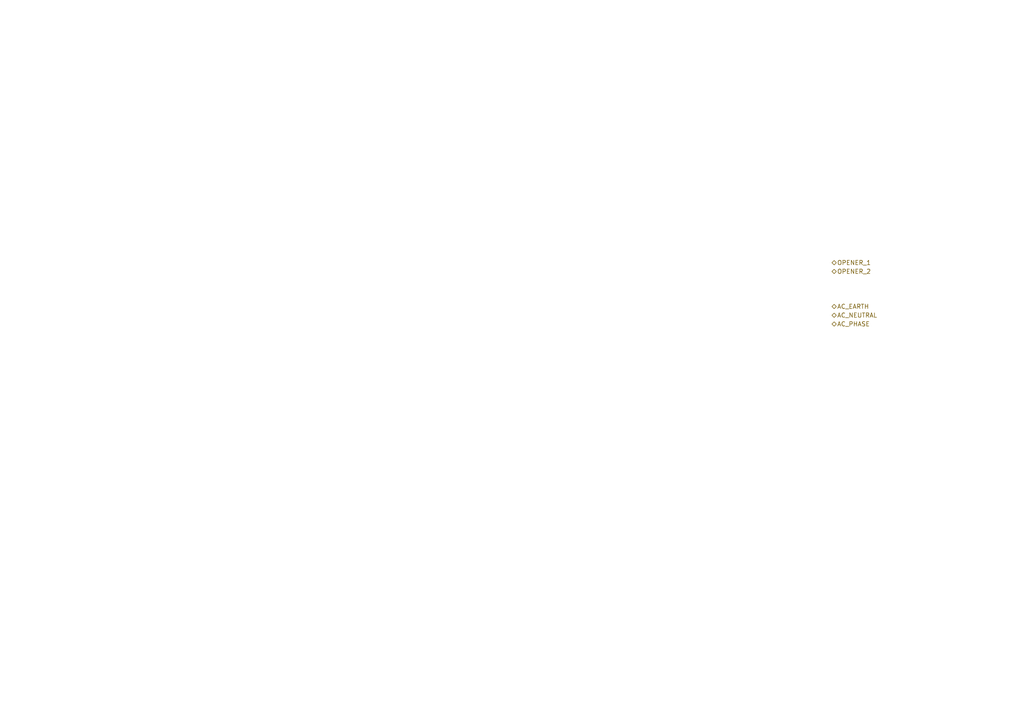
<source format=kicad_sch>
(kicad_sch
	(version 20231120)
	(generator "eeschema")
	(generator_version "8.0")
	(uuid "74bcab07-0059-4866-8d30-dd2933051a6c")
	(paper "A4")
	(lib_symbols)
	(hierarchical_label "OPENER_1"
		(shape bidirectional)
		(at 241.3 76.2 0)
		(effects
			(font
				(size 1.27 1.27)
			)
			(justify left)
		)
		(uuid "262e7d67-0b61-409e-bbac-b201ca6a9b9b")
	)
	(hierarchical_label "OPENER_2"
		(shape bidirectional)
		(at 241.3 78.74 0)
		(effects
			(font
				(size 1.27 1.27)
			)
			(justify left)
		)
		(uuid "4491b6a4-bad7-47b4-8c43-5e1193f409b5")
	)
	(hierarchical_label "AC_EARTH"
		(shape bidirectional)
		(at 241.3 88.9 0)
		(effects
			(font
				(size 1.27 1.27)
			)
			(justify left)
		)
		(uuid "71abd720-aff4-4b36-96ac-d1a48ad691b7")
	)
	(hierarchical_label "AC_NEUTRAL"
		(shape bidirectional)
		(at 241.3 91.44 0)
		(effects
			(font
				(size 1.27 1.27)
			)
			(justify left)
		)
		(uuid "ac8beb72-30aa-48d4-81ff-2ac53624e394")
	)
	(hierarchical_label "AC_PHASE"
		(shape bidirectional)
		(at 241.3 93.98 0)
		(effects
			(font
				(size 1.27 1.27)
			)
			(justify left)
		)
		(uuid "af46b3b6-e085-4fee-ba5f-751367865b8c")
	)
)

</source>
